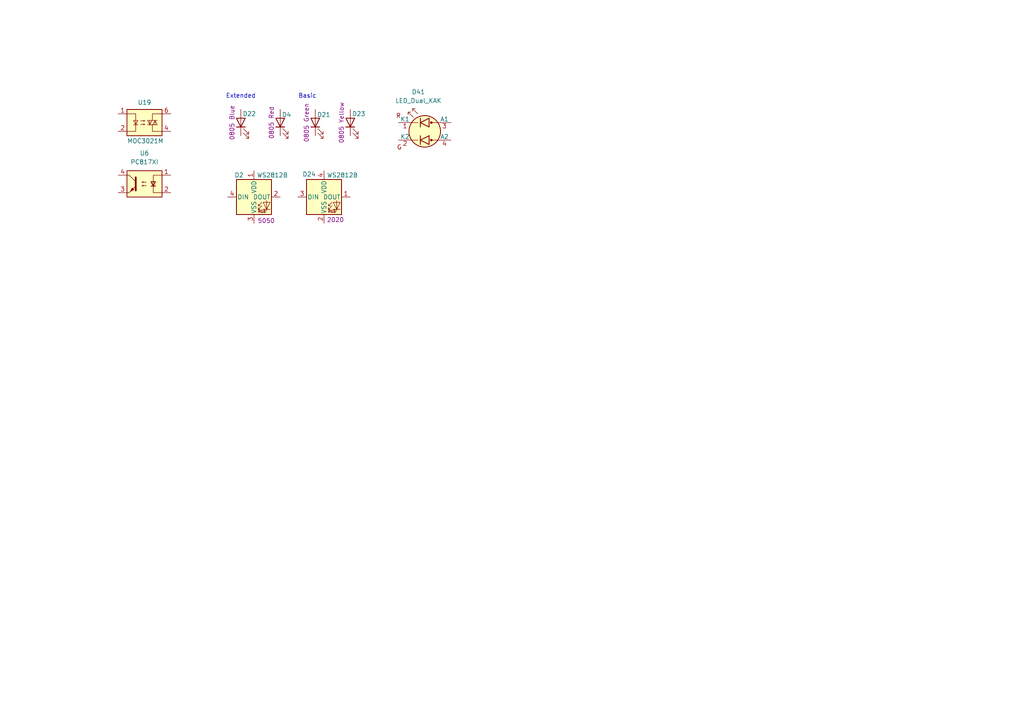
<source format=kicad_sch>
(kicad_sch (version 20231120) (generator "eeschema") (generator_version "8.0")
  (paper "A4")
  (lib_symbols
    (symbol "Device:LED" (pin_numbers hide) (pin_names (offset 1.016) hide)
      (property "Reference" "D" (at 0 2.54 0))
      (property "Value" "LED" (at 0 -2.54 0))
      (symbol "LED_0_1"
        (polyline (pts (xy -1.27 -1.27) (xy -1.27 1.27)) (stroke (width 0.254)))
        (polyline (pts (xy -1.27 0) (xy 1.27 0)))
        (polyline (pts (xy 1.27 -1.27) (xy 1.27 1.27) (xy -1.27 0) (xy 1.27 -1.27)) (stroke (width 0.254)))
        (polyline (pts (xy -3.048 -0.762) (xy -4.572 -2.286) (xy -3.81 -2.286) (xy -4.572 -2.286) (xy -4.572 -1.524)))
        (polyline (pts (xy -1.778 -0.762) (xy -3.302 -2.286) (xy -2.54 -2.286) (xy -3.302 -2.286) (xy -3.302 -1.524)))
      )
      (symbol "LED_1_1"
        (pin passive line (at -3.81 0 0) (length 2.54) (name "K") (number "1"))
        (pin passive line (at 3.81 0 180) (length 2.54) (name "A") (number "2"))
      )
    )
    (symbol "Isolator:PC817" (pin_names (offset 1.016))
      (property "Reference" "U" (at -5.08 5.08 0))
      (property "Value" "PC817" (at 0 5.08 0))
      (symbol "PC817_0_1"
        (rectangle (start -5.08 3.81) (end 5.08 -3.81) (stroke (width 0.254)) (fill (type background)))
        (polyline (pts (xy -3.175 -0.635) (xy -1.905 -0.635)) (stroke (width 0.254)))
        (polyline (pts (xy 2.54 0.635) (xy 4.445 2.54)))
        (polyline (pts (xy 4.445 -2.54) (xy 2.54 -0.635)) (fill (type outline)))
        (polyline (pts (xy 4.445 -2.54) (xy 5.08 -2.54)))
        (polyline (pts (xy 4.445 2.54) (xy 5.08 2.54)))
        (polyline (pts (xy -5.08 2.54) (xy -2.54 2.54) (xy -2.54 -0.635)))
        (polyline (pts (xy -2.54 -0.635) (xy -2.54 -2.54) (xy -5.08 -2.54)))
        (polyline (pts (xy 2.54 1.905) (xy 2.54 -1.905) (xy 2.54 -1.905)) (stroke (width 0.508)))
        (polyline (pts (xy -2.54 -0.635) (xy -3.175 0.635) (xy -1.905 0.635) (xy -2.54 -0.635)) (stroke (width 0.254)))
        (polyline (pts (xy -0.508 -0.508) (xy 0.762 -0.508) (xy 0.381 -0.635) (xy 0.381 -0.381) (xy 0.762 -0.508)))
        (polyline (pts (xy -0.508 0.508) (xy 0.762 0.508) (xy 0.381 0.381) (xy 0.381 0.635) (xy 0.762 0.508)))
        (polyline (pts (xy 3.048 -1.651) (xy 3.556 -1.143) (xy 4.064 -2.159) (xy 3.048 -1.651) (xy 3.048 -1.651)) (fill (type outline)))
      )
      (symbol "PC817_1_1"
        (pin passive line (at -7.62 2.54 0) (length 2.54) (name "~") (number "1"))
        (pin passive line (at -7.62 -2.54 0) (length 2.54) (name "~") (number "2"))
        (pin passive line (at 7.62 -2.54 180) (length 2.54) (name "~") (number "3"))
        (pin passive line (at 7.62 2.54 180) (length 2.54) (name "~") (number "4"))
      )
    )
    (symbol "LED:WS2812B" (pin_names (offset 0.254))
      (property "Reference" "D" (at 5.08 5.715 0))
      (property "Value" "WS2812B" (at 1.27 -5.715 0))
      (symbol "WS2812B_0_0"
        (text "RGB" (at 2.286 -4.191 0) (effects (font (size 0.762 0.762))))
      )
      (symbol "WS2812B_0_1"
        (polyline (pts (xy 1.27 -3.556) (xy 1.778 -3.556)))
        (polyline (pts (xy 1.27 -2.54) (xy 1.778 -2.54)))
        (polyline (pts (xy 4.699 -3.556) (xy 2.667 -3.556)))
        (polyline (pts (xy 2.286 -2.54) (xy 1.27 -3.556) (xy 1.27 -3.048)))
        (polyline (pts (xy 2.286 -1.524) (xy 1.27 -2.54) (xy 1.27 -2.032)))
        (polyline (pts (xy 3.683 -1.016) (xy 3.683 -3.556) (xy 3.683 -4.064)))
        (polyline (pts (xy 4.699 -1.524) (xy 2.667 -1.524) (xy 3.683 -3.556) (xy 4.699 -1.524)))
        (rectangle (start 5.08 5.08) (end -5.08 -5.08) (stroke (width 0.254)) (fill (type background)))
      )
      (symbol "WS2812B_1_1"
        (pin power_in line (at 0 7.62 270) (length 2.54) (name "VDD") (number "1"))
        (pin output line (at 7.62 0 180) (length 2.54) (name "DOUT") (number "2"))
        (pin power_in line (at 0 -7.62 90) (length 2.54) (name "VSS") (number "3"))
        (pin input line (at -7.62 0 0) (length 2.54) (name "DIN") (number "4"))
      )
    )
    (symbol "LED:WS2812B-2020" (pin_names (offset 0.254))
      (property "Reference" "D" (at 5.08 5.715 0))
      (property "Value" "WS2812B-2020" (at 1.27 -5.715 0))
      (symbol "WS2812B-2020_0_0"
        (text "RGB" (at 2.286 -4.191 0) (effects (font (size 0.762 0.762))))
      )
      (symbol "WS2812B-2020_0_1"
        (polyline (pts (xy 1.27 -3.556) (xy 1.778 -3.556)))
        (polyline (pts (xy 1.27 -2.54) (xy 1.778 -2.54)))
        (polyline (pts (xy 4.699 -3.556) (xy 2.667 -3.556)))
        (polyline (pts (xy 2.286 -2.54) (xy 1.27 -3.556) (xy 1.27 -3.048)))
        (polyline (pts (xy 2.286 -1.524) (xy 1.27 -2.54) (xy 1.27 -2.032)))
        (polyline (pts (xy 3.683 -1.016) (xy 3.683 -3.556) (xy 3.683 -4.064)))
        (polyline (pts (xy 4.699 -1.524) (xy 2.667 -1.524) (xy 3.683 -3.556) (xy 4.699 -1.524)))
        (rectangle (start 5.08 5.08) (end -5.08 -5.08) (stroke (width 0.254)) (fill (type background)))
      )
      (symbol "WS2812B-2020_1_1"
        (pin output line (at 7.62 0 180) (length 2.54) (name "DOUT") (number "1"))
        (pin power_in line (at 0 -7.62 90) (length 2.54) (name "VSS") (number "2"))
        (pin input line (at -7.62 0 0) (length 2.54) (name "DIN") (number "3"))
        (pin power_in line (at 0 7.62 270) (length 2.54) (name "VDD") (number "4"))
      )
    )
    (symbol "Relay_SolidState:MOC3021M"
      (property "Reference" "U" (at -5.334 4.826 0))
      (property "Value" "MOC3021M" (at 0 5.08 0))
      (symbol "MOC3021M_0_1"
        (rectangle (start -5.08 3.81) (end 5.08 -3.81) (stroke (width 0.254)) (fill (type background)))
        (polyline (pts (xy -3.175 -0.635) (xy -1.905 -0.635)))
        (polyline (pts (xy 1.524 -0.635) (xy 1.524 0.635)))
        (polyline (pts (xy 3.048 0.635) (xy 3.048 -0.635)))
        (polyline (pts (xy 2.286 -0.635) (xy 2.286 -2.54) (xy 5.08 -2.54)))
        (polyline (pts (xy 2.286 0.635) (xy 2.286 2.54) (xy 5.08 2.54)))
        (polyline (pts (xy -5.08 2.54) (xy -2.54 2.54) (xy -2.54 -2.54) (xy -5.08 -2.54)))
        (polyline (pts (xy -2.54 -0.635) (xy -3.175 0.635) (xy -1.905 0.635) (xy -2.54 -0.635)))
        (polyline (pts (xy 0.889 -0.635) (xy 3.683 -0.635) (xy 3.048 0.635) (xy 2.413 -0.635)))
        (polyline (pts (xy 3.683 0.635) (xy 0.889 0.635) (xy 1.524 -0.635) (xy 2.159 0.635)))
        (polyline (pts (xy -1.143 -0.508) (xy 0.127 -0.508) (xy -0.254 -0.635) (xy -0.254 -0.381) (xy 0.127 -0.508)))
        (polyline (pts (xy -1.143 0.508) (xy 0.127 0.508) (xy -0.254 0.381) (xy -0.254 0.635) (xy 0.127 0.508)))
      )
      (symbol "MOC3021M_1_1"
        (pin passive line (at -7.62 2.54 0) (length 2.54) (name "~") (number "1"))
        (pin passive line (at -7.62 -2.54 0) (length 2.54) (name "~") (number "2"))
        (pin no_connect line (at -5.08 0 0) (length 2.54) hide (name "NC") (number "3"))
        (pin passive line (at 7.62 -2.54 180) (length 2.54) (name "~") (number "4"))
        (pin no_connect line (at 5.08 0 180) (length 2.54) hide (name "NC") (number "5"))
        (pin passive line (at 7.62 2.54 180) (length 2.54) (name "~") (number "6"))
      )
    )
    (symbol "Symbols:LED_Dual" (pin_names (offset 0))
      (property "Reference" "D17" (at 0.0635 11.43 0))
      (property "Value" "LED_Dual" (at 0.0635 8.89 0))
      (symbol "LED_Dual_0_1"
        (circle (center -1.905 -2.54) (radius 0.2794) (fill (type outline)))
        (circle (center -1.905 2.54) (radius 0.2794) (fill (type outline)))
        (polyline (pts (xy -3.81 -2.54) (xy -1.778 -2.54)))
        (polyline (pts (xy -3.81 2.54) (xy -1.778 2.54)))
        (polyline (pts (xy 1.27 -1.27) (xy 1.27 -3.81)) (stroke (width 0.254)))
        (polyline (pts (xy 1.27 3.81) (xy 1.27 1.27)) (stroke (width 0.254)))
        (polyline (pts (xy 3.81 -2.54) (xy 1.905 -2.54)))
        (polyline (pts (xy 3.81 2.54) (xy 1.905 2.54)))
        (polyline (pts (xy -1.27 -1.27) (xy -1.27 -3.81) (xy 1.27 -2.54) (xy -1.27 -1.27)) (stroke (width 0.254)))
        (polyline (pts (xy -1.27 3.81) (xy -1.27 1.27) (xy 1.27 2.54) (xy -1.27 3.81)) (stroke (width 0.254)))
        (polyline (pts (xy 2.032 5.08) (xy 3.556 6.604) (xy 2.794 6.604) (xy 3.556 6.604) (xy 3.556 5.842)))
        (polyline (pts (xy 3.302 4.064) (xy 4.826 5.588) (xy 4.064 5.588) (xy 4.826 5.588) (xy 4.826 4.826)))
        (circle (center 0 0) (radius 4.572) (stroke (width 0.254)) (fill (type background)))
      )
      (symbol "LED_Dual_1_1"
        (text "G" (at 7.366 -4.572 0) (effects (font (size 1.27 1.27))))
        (text "R" (at 7.62 4.572 0) (effects (font (size 1.27 1.27))))
        (pin input line (at 7.62 2.54 180) (length 3.81) (name "K1") (number "1"))
        (pin input line (at 7.62 -2.54 180) (length 3.81) (name "K2") (number "2"))
        (pin input line (at -7.62 2.54 0) (length 3.81) (name "A1") (number "3"))
        (pin input line (at -7.62 -2.54 0) (length 3.81) (name "A2") (number "4"))
      )
    )
  )
  (text "Basic" (at 89.154 27.94 0) (effects (font (size 1.27 1.27))))
  (text "Extended" (at 69.85 27.94 0) (effects (font (size 1.27 1.27))))
  (symbol (lib_id "Device:LED") (at 81.28 35.56 90) (unit 1)
    (property "Reference" "D4" (at 81.788 33.274 90) (effects (justify right)))
    (property "Value" "LED_RED" (effects (hide yes)))
    (property "Footprint" "LED_SMD:LED_0805_2012Metric_Pad1.15x1.40mm_HandSolder" (effects (hide yes)))
    (property "Description" "-30℃~+85℃ 1.6V~2.6V 130° 195mcd 25mA 615nm~630nm 630nm 65mW Discrete Diode Red 0805 LED Indication - Discrete ROHS" (effects (hide yes)))
    (property "LCSC" "C84256" (effects (hide yes)))
    (property "Observations" "0805 Red" (at 78.74 35.56 0))
  )
  (symbol (lib_id "Isolator:PC817") (at 41.91 53.34 0) (mirror y) (unit 1)
    (property "Reference" "U6" (at 41.91 44.45 0))
    (property "Value" "PC817XI" (at 41.91 46.99 0))
    (property "Footprint" "Package_DIP:DIP-4_W8.89mm_SMDSocket_LongPads" (effects (hide yes)))
    (property "Datasheet" "https://br.mouser.com/datasheet/2/365/Sharpelectronics_08292023_73758-3310502.pdf" (effects (hide yes)))
    (property "Description" "5kV 50mA 100mV@1mA,20mA 1 6V 1.2V DC SMD-4P Transistor, Photovoltaic Output Optoisolators ROHS" (effects (hide yes)))
    (property "Manufacturer " "Slkor" (effects (hide yes)))
    (property "Mfr. Part Number" "PC817B" (effects (hide yes)))
    (property "Observations" "Accepts other suppliers" (effects (hide yes)))
  )
  (symbol (lib_id "Device:LED") (at 101.6 35.56 90) (unit 1)
    (property "Reference" "D23" (at 102.108 33.02 90) (effects (justify right)))
    (property "Value" "LED_YELLOW" (effects (hide yes)))
    (property "Footprint" "LED_SMD:LED_0805_2012Metric_Pad1.15x1.40mm_HandSolder" (effects (hide yes)))
    (property "Description" "-40℃~+85℃ 1.8V~2.4V 120° 175mcd 40mW 584nm~594nm 596nm Discrete Diode Water Clear Yellow 0805 LED Indication - Discrete ROHS" (effects (hide yes)))
    (property "LCSC" "C2296" (effects (hide yes)))
    (property "Observations" "0805 Yellow" (at 99.06 35.56 0))
  )
  (symbol (lib_id "Symbols:LED_Dual") (at 123.19 38.1 0) (mirror y) (unit 1)
    (property "Reference" "D41" (at 121.3564 26.67 0))
    (property "Value" "LED_Dual_KAK" (at 121.3564 29.21 0))
    (property "Footprint" "Library:LED_Dual_3227" (effects (hide yes)))
    (property "Description" "Red, Emerald Green 625nm 525nm LED Indication - Discrete 2.4V 3.4V SMD-4P,3.2x2.7mm" (effects (hide yes)))
    (property "LCSC" "C965842" (effects (hide yes)))
    (property "Manufacturer " "XINGLIGHT" (effects (hide yes)))
    (property "Mfr. Part Number" "XL-3227SURUGC" (effects (hide yes)))
    (property "Observations" "Accepts other suppliers" (effects (hide yes)))
  )
  (symbol (lib_id "Device:LED") (at 69.85 35.56 90) (unit 1)
    (property "Reference" "D22" (at 70.358 33.02 90) (effects (justify right)))
    (property "Value" "LED_BLUE" (effects (hide yes)))
    (property "Footprint" "LED_SMD:LED_0805_2012Metric_Pad1.15x1.40mm_HandSolder" (effects (hide yes)))
    (property "Description" "Light emitting diode" (effects (hide yes)))
    (property "LCSC" "C965817" (effects (hide yes)))
    (property "Observations" "0805 Blue" (at 67.31 35.56 0))
  )
  (symbol (lib_id "Relay_SolidState:MOC3021M") (at 41.91 35.56 0) (unit 1)
    (property "Reference" "U19" (at 41.91 29.718 0))
    (property "Value" "MOC3021M" (at 42.164 40.894 0))
    (property "Footprint" "Package_DIP:SMDIP-6_W9.53mm" (effects (hide yes)))
    (property "Datasheet" "https://www.onsemi.com/pub/Collateral/MOC3023M-D.PDF" (effects (hide yes)))
    (property "Description" "Random Phase Opto-Triac, Vdrm 400V, Ift 15mA, DIP6" (effects (hide yes)))
    (property "LCSC" "C115465" (effects (hide yes)))
  )
  (symbol (lib_id "LED:WS2812B-2020") (at 93.98 57.15 0) (unit 1)
    (property "Reference" "D24" (at 89.662 50.546 0))
    (property "Value" "WS2812B" (at 99.314 50.8 0))
    (property "Footprint" "LED_SMD:LED_WS2812B-2020_PLCC4_2.0x2.0mm" (effects (hide yes)))
    (property "Datasheet" "https://cdn-shop.adafruit.com/product-files/4684/4684_WS2812B-2020_V1.3_EN.pdf" (effects (hide yes)))
    (property "Description" "RGB LED with integrated controller, 2.0 x 2.0 mm, 12 mA" (effects (hide yes)))
    (property "LCSC" "C965555" (effects (hide yes)))
    (property "Observations" "2020" (at 97.282 63.754 0))
  )
  (symbol (lib_id "LED:WS2812B") (at 73.66 57.15 0) (unit 1)
    (property "Reference" "D2" (at 69.342 50.8 0))
    (property "Value" "WS2812B" (at 78.994 50.8 0))
    (property "Footprint" "LED_SMD:LED_WS2812B_PLCC4_5.0x5.0mm_P3.2mm" (effects (hide yes)))
    (property "Datasheet" "https://cdn-shop.adafruit.com/datasheets/WS2812B.pdf" (effects (hide yes)))
    (property "Description" "RGB LED with integrated controller" (effects (hide yes)))
    (property "LCSC" "C2843785" (effects (hide yes)))
    (property "Observations" "5050" (at 77.216 64.008 0))
  )
  (symbol (lib_id "Device:LED") (at 91.44 35.56 90) (unit 1)
    (property "Reference" "D21" (at 91.948 33.274 90) (effects (justify right)))
    (property "Value" "LED_GREEN" (effects (hide yes)))
    (property "Footprint" "LED_SMD:LED_0805_2012Metric_Pad1.15x1.40mm_HandSolder" (effects (hide yes)))
    (property "Description" "-40℃~+85℃ 100mW 120° 2.6V~3.1V 430mcd 513nm~528nm 525nm 5mA Discrete Diode Emerald Green Water Clear 0805 LED Indication - Discrete ROHS" (effects (hide yes)))
    (property "LCSC" "C2297" (effects (hide yes)))
    (property "Observations" "0805 Green" (at 88.9 35.56 0))
  )
)
</source>
